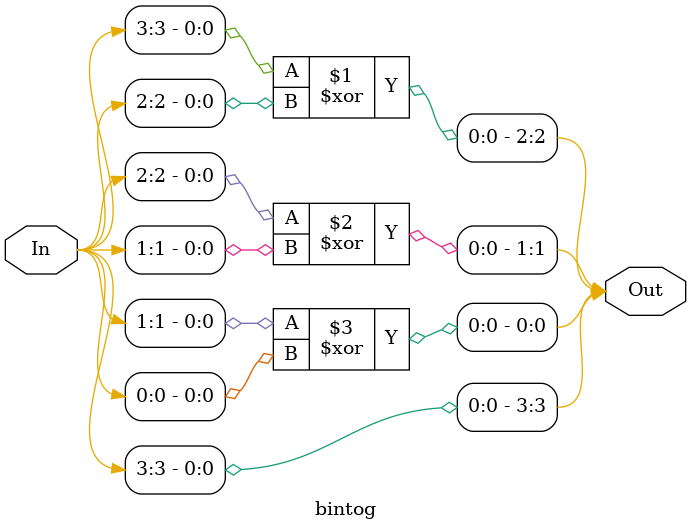
<source format=v>
`timescale 1ns / 1ps


module bintog(In,Out);
input [3:0]In;
output [3:0]Out;
assign Out[3]=In[3];
assign Out[2] = In[3]^In[2];
assign Out[1] = In[2]^In[1];
assign Out[0] =In[1]^In[0];

endmodule

</source>
